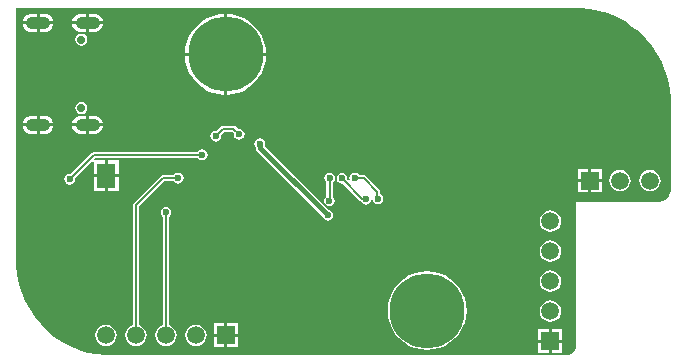
<source format=gbl>
G04*
G04 #@! TF.GenerationSoftware,Altium Limited,Altium Designer,23.1.1 (15)*
G04*
G04 Layer_Physical_Order=2*
G04 Layer_Color=16711680*
%FSLAX25Y25*%
%MOIN*%
G70*
G04*
G04 #@! TF.SameCoordinates,C0A30D0B-07C8-471D-B3AC-2C571FC99935*
G04*
G04*
G04 #@! TF.FilePolarity,Positive*
G04*
G01*
G75*
%ADD11C,0.00787*%
%ADD65R,0.06299X0.08268*%
%ADD67C,0.01575*%
%ADD73C,0.25000*%
%ADD74C,0.05906*%
%ADD75R,0.05906X0.05906*%
%ADD76R,0.05906X0.05906*%
%ADD77C,0.02756*%
%ADD78O,0.08268X0.04134*%
%ADD79C,0.03500*%
%ADD80C,0.02362*%
%ADD81C,0.01968*%
G36*
X192409Y-1484D02*
X195442Y-2087D01*
X198401Y-2984D01*
X201258Y-4167D01*
X203986Y-5624D01*
X206558Y-7342D01*
X208949Y-9303D01*
X211136Y-11489D01*
X213099Y-13879D01*
X214818Y-16449D01*
X216277Y-19176D01*
X217462Y-22032D01*
X218361Y-24991D01*
X218967Y-28024D01*
X219272Y-31101D01*
X219273Y-32647D01*
X219293Y-61808D01*
X219293Y-61808D01*
X219293Y-62194D01*
X219143Y-62952D01*
X218847Y-63667D01*
X218418Y-64310D01*
X217872Y-64857D01*
X217229Y-65287D01*
X216515Y-65583D01*
X215757Y-65734D01*
X215370Y-65734D01*
X187795Y-65747D01*
Y-113386D01*
X187795Y-113386D01*
Y-113735D01*
X187659Y-114419D01*
X187392Y-115064D01*
X187004Y-115645D01*
X186511Y-116138D01*
X185930Y-116526D01*
X185285Y-116793D01*
X184601Y-116929D01*
X32677D01*
Y-116929D01*
X31130D01*
X28050Y-116626D01*
X25015Y-116022D01*
X22054Y-115124D01*
X19195Y-113939D01*
X16465Y-112481D01*
X13892Y-110761D01*
X11500Y-108798D01*
X9312Y-106610D01*
X7349Y-104218D01*
X5630Y-101645D01*
X4171Y-98916D01*
X2987Y-96057D01*
X2088Y-93095D01*
X1484Y-90060D01*
X1181Y-86980D01*
Y-85433D01*
Y-60236D01*
Y-1181D01*
X187785D01*
X187785Y-1181D01*
X187785Y-1181D01*
X189331Y-1181D01*
X192409Y-1484D01*
D02*
G37*
%LPC*%
G36*
X26972Y-3021D02*
X25405D01*
Y-5614D01*
X30000D01*
X29960Y-5314D01*
X29651Y-4567D01*
X29160Y-3927D01*
X28519Y-3435D01*
X27773Y-3126D01*
X26972Y-3021D01*
D02*
G37*
G36*
X24406D02*
X22839D01*
X22038Y-3126D01*
X21292Y-3435D01*
X20651Y-3927D01*
X20160Y-4567D01*
X19851Y-5314D01*
X19811Y-5614D01*
X24406D01*
Y-3021D01*
D02*
G37*
G36*
X10516D02*
X8949D01*
Y-5614D01*
X13543D01*
X13504Y-5314D01*
X13195Y-4567D01*
X12703Y-3927D01*
X12062Y-3435D01*
X11316Y-3126D01*
X10516Y-3021D01*
D02*
G37*
G36*
X7949D02*
X6382D01*
X5581Y-3126D01*
X4835Y-3435D01*
X4194Y-3927D01*
X3703Y-4567D01*
X3394Y-5314D01*
X3354Y-5614D01*
X7949D01*
Y-3021D01*
D02*
G37*
G36*
X30000Y-6614D02*
X25405D01*
Y-9208D01*
X26972D01*
X27773Y-9102D01*
X28519Y-8793D01*
X29160Y-8302D01*
X29651Y-7661D01*
X29960Y-6915D01*
X30000Y-6614D01*
D02*
G37*
G36*
X24406D02*
X19811D01*
X19851Y-6915D01*
X20160Y-7661D01*
X20651Y-8302D01*
X21292Y-8793D01*
X22038Y-9102D01*
X22839Y-9208D01*
X24406D01*
Y-6614D01*
D02*
G37*
G36*
X13543D02*
X8949D01*
Y-9208D01*
X10516D01*
X11316Y-9102D01*
X12062Y-8793D01*
X12703Y-8302D01*
X13195Y-7661D01*
X13504Y-6915D01*
X13543Y-6614D01*
D02*
G37*
G36*
X7949D02*
X3354D01*
X3394Y-6915D01*
X3703Y-7661D01*
X4194Y-8302D01*
X4835Y-8793D01*
X5581Y-9102D01*
X6382Y-9208D01*
X7949D01*
Y-6614D01*
D02*
G37*
G36*
X22819Y-9737D02*
X22051Y-9890D01*
X21400Y-10325D01*
X20965Y-10976D01*
X20812Y-11744D01*
X20965Y-12512D01*
X21400Y-13163D01*
X22051Y-13598D01*
X22819Y-13751D01*
X23587Y-13598D01*
X24238Y-13163D01*
X24673Y-12512D01*
X24826Y-11744D01*
X24673Y-10976D01*
X24238Y-10325D01*
X23587Y-9890D01*
X22819Y-9737D01*
D02*
G37*
G36*
X71400Y-3098D02*
Y-16100D01*
X84402D01*
X84275Y-14482D01*
X83779Y-12415D01*
X82966Y-10452D01*
X81855Y-8640D01*
X80475Y-7024D01*
X78860Y-5644D01*
X77048Y-4534D01*
X75085Y-3721D01*
X73018Y-3225D01*
X71400Y-3098D01*
D02*
G37*
G36*
X70400D02*
X68782Y-3225D01*
X66715Y-3721D01*
X64752Y-4534D01*
X62940Y-5644D01*
X61325Y-7024D01*
X59944Y-8640D01*
X58834Y-10452D01*
X58021Y-12415D01*
X57525Y-14482D01*
X57398Y-16100D01*
X70400D01*
Y-3098D01*
D02*
G37*
G36*
X84402Y-17100D02*
X71400D01*
Y-30102D01*
X73018Y-29975D01*
X75085Y-29479D01*
X77048Y-28666D01*
X78860Y-27556D01*
X80475Y-26175D01*
X81855Y-24560D01*
X82966Y-22748D01*
X83779Y-20785D01*
X84275Y-18718D01*
X84402Y-17100D01*
D02*
G37*
G36*
X70400D02*
X57398D01*
X57525Y-18718D01*
X58021Y-20785D01*
X58834Y-22748D01*
X59944Y-24560D01*
X61325Y-26175D01*
X62940Y-27556D01*
X64752Y-28666D01*
X66715Y-29479D01*
X68782Y-29975D01*
X70400Y-30102D01*
Y-17100D01*
D02*
G37*
G36*
X22819Y-32493D02*
X22051Y-32646D01*
X21400Y-33081D01*
X20965Y-33732D01*
X20812Y-34500D01*
X20965Y-35268D01*
X21400Y-35919D01*
X22051Y-36354D01*
X22819Y-36507D01*
X23587Y-36354D01*
X24238Y-35919D01*
X24673Y-35268D01*
X24826Y-34500D01*
X24673Y-33732D01*
X24238Y-33081D01*
X23587Y-32646D01*
X22819Y-32493D01*
D02*
G37*
G36*
X26972Y-37037D02*
X25405D01*
Y-39630D01*
X30000D01*
X29960Y-39329D01*
X29651Y-38583D01*
X29160Y-37943D01*
X28519Y-37451D01*
X27773Y-37142D01*
X26972Y-37037D01*
D02*
G37*
G36*
X24406D02*
X22839D01*
X22038Y-37142D01*
X21292Y-37451D01*
X20651Y-37943D01*
X20160Y-38583D01*
X19851Y-39329D01*
X19811Y-39630D01*
X24406D01*
Y-37037D01*
D02*
G37*
G36*
X10516D02*
X8949D01*
Y-39630D01*
X13543D01*
X13504Y-39329D01*
X13195Y-38583D01*
X12703Y-37943D01*
X12062Y-37451D01*
X11316Y-37142D01*
X10516Y-37037D01*
D02*
G37*
G36*
X7949D02*
X6382D01*
X5581Y-37142D01*
X4835Y-37451D01*
X4194Y-37943D01*
X3703Y-38583D01*
X3394Y-39329D01*
X3354Y-39630D01*
X7949D01*
Y-37037D01*
D02*
G37*
G36*
X73522Y-40335D02*
X70177D01*
X69793Y-40411D01*
X69468Y-40629D01*
X67941Y-42156D01*
X67618Y-42091D01*
X66927Y-42229D01*
X66341Y-42620D01*
X65949Y-43206D01*
X65812Y-43898D01*
X65949Y-44589D01*
X66341Y-45175D01*
X66927Y-45566D01*
X67618Y-45704D01*
X68309Y-45566D01*
X68895Y-45175D01*
X69287Y-44589D01*
X69424Y-43898D01*
X69360Y-43575D01*
X70593Y-42342D01*
X73106D01*
X73750Y-42986D01*
X73686Y-43309D01*
X73823Y-44000D01*
X74215Y-44586D01*
X74801Y-44978D01*
X75492Y-45115D01*
X76183Y-44978D01*
X76769Y-44586D01*
X77161Y-44000D01*
X77298Y-43309D01*
X77161Y-42618D01*
X76769Y-42032D01*
X76183Y-41640D01*
X75492Y-41503D01*
X75169Y-41567D01*
X74231Y-40629D01*
X73906Y-40411D01*
X73522Y-40335D01*
D02*
G37*
G36*
X30000Y-40630D02*
X25405D01*
Y-43223D01*
X26972D01*
X27773Y-43118D01*
X28519Y-42809D01*
X29160Y-42317D01*
X29651Y-41677D01*
X29960Y-40931D01*
X30000Y-40630D01*
D02*
G37*
G36*
X24406D02*
X19811D01*
X19851Y-40931D01*
X20160Y-41677D01*
X20651Y-42317D01*
X21292Y-42809D01*
X22038Y-43118D01*
X22839Y-43223D01*
X24406D01*
Y-40630D01*
D02*
G37*
G36*
X13543D02*
X8949D01*
Y-43223D01*
X10516D01*
X11316Y-43118D01*
X12062Y-42809D01*
X12703Y-42317D01*
X13195Y-41677D01*
X13504Y-40931D01*
X13543Y-40630D01*
D02*
G37*
G36*
X7949D02*
X3354D01*
X3394Y-40931D01*
X3703Y-41677D01*
X4194Y-42317D01*
X4835Y-42809D01*
X5581Y-43118D01*
X6382Y-43223D01*
X7949D01*
Y-40630D01*
D02*
G37*
G36*
X63163Y-48268D02*
X62472Y-48406D01*
X61886Y-48798D01*
X61703Y-49071D01*
X27091D01*
X26706Y-49148D01*
X26381Y-49365D01*
X19221Y-56526D01*
X18898Y-56461D01*
X18206Y-56599D01*
X17620Y-56990D01*
X17229Y-57577D01*
X17091Y-58268D01*
X17229Y-58959D01*
X17620Y-59545D01*
X18206Y-59937D01*
X18898Y-60074D01*
X19589Y-59937D01*
X20175Y-59545D01*
X20567Y-58959D01*
X20704Y-58268D01*
X20640Y-57945D01*
X26453Y-52132D01*
X26953Y-52339D01*
Y-56587D01*
X30602D01*
Y-51953D01*
X27339D01*
X27132Y-51453D01*
X27506Y-51078D01*
X61703D01*
X61886Y-51352D01*
X62472Y-51744D01*
X63163Y-51881D01*
X63854Y-51744D01*
X64440Y-51352D01*
X64832Y-50766D01*
X64969Y-50075D01*
X64832Y-49384D01*
X64440Y-48798D01*
X63854Y-48406D01*
X63163Y-48268D01*
D02*
G37*
G36*
X35252Y-51953D02*
X31602D01*
Y-56587D01*
X35252D01*
Y-51953D01*
D02*
G37*
G36*
X196315Y-54709D02*
X192862D01*
Y-58161D01*
X196315D01*
Y-54709D01*
D02*
G37*
G36*
X191862D02*
X188409D01*
Y-58161D01*
X191862D01*
Y-54709D01*
D02*
G37*
G36*
X113976Y-56068D02*
X113285Y-56205D01*
X112699Y-56597D01*
X112308Y-57183D01*
X112170Y-57874D01*
X112269Y-58371D01*
X111837Y-58602D01*
X111490Y-58277D01*
X111550Y-57972D01*
X111413Y-57281D01*
X111021Y-56695D01*
X110435Y-56304D01*
X109744Y-56166D01*
X109053Y-56304D01*
X108467Y-56695D01*
X108075Y-57281D01*
X107938Y-57972D01*
X108075Y-58664D01*
X108467Y-59250D01*
X109053Y-59641D01*
X109744Y-59779D01*
X110067Y-59715D01*
X115721Y-65369D01*
X116033Y-65577D01*
X116048Y-65652D01*
X116439Y-66238D01*
X117025Y-66629D01*
X117717Y-66767D01*
X118408Y-66629D01*
X118994Y-66238D01*
X119385Y-65652D01*
X119454Y-65309D01*
X119963D01*
X119985Y-65416D01*
X120376Y-66002D01*
X120962Y-66393D01*
X121653Y-66531D01*
X122345Y-66393D01*
X122931Y-66002D01*
X123322Y-65416D01*
X123460Y-64724D01*
X123322Y-64033D01*
X122931Y-63447D01*
X122460Y-63133D01*
Y-62362D01*
X122384Y-61978D01*
X122166Y-61653D01*
X117678Y-57164D01*
X117352Y-56947D01*
X116969Y-56871D01*
X115437D01*
X115254Y-56597D01*
X114668Y-56205D01*
X113976Y-56068D01*
D02*
G37*
G36*
X55118D02*
X54427Y-56205D01*
X53841Y-56597D01*
X53658Y-56871D01*
X50000D01*
X49616Y-56947D01*
X49290Y-57164D01*
X40314Y-66141D01*
X40097Y-66466D01*
X40020Y-66850D01*
Y-106817D01*
X39237Y-107141D01*
X38497Y-107709D01*
X37929Y-108449D01*
X37571Y-109311D01*
X37450Y-110236D01*
X37571Y-111161D01*
X37929Y-112023D01*
X38497Y-112763D01*
X39237Y-113331D01*
X40099Y-113688D01*
X41024Y-113810D01*
X41949Y-113688D01*
X42811Y-113331D01*
X43551Y-112763D01*
X44119Y-112023D01*
X44476Y-111161D01*
X44598Y-110236D01*
X44476Y-109311D01*
X44119Y-108449D01*
X43551Y-107709D01*
X42811Y-107141D01*
X42027Y-106817D01*
Y-67266D01*
X50416Y-58877D01*
X53658D01*
X53841Y-59151D01*
X54427Y-59543D01*
X55118Y-59680D01*
X55809Y-59543D01*
X56395Y-59151D01*
X56787Y-58565D01*
X56924Y-57874D01*
X56787Y-57183D01*
X56395Y-56597D01*
X55809Y-56205D01*
X55118Y-56068D01*
D02*
G37*
G36*
X35252Y-57587D02*
X31602D01*
Y-62221D01*
X35252D01*
Y-57587D01*
D02*
G37*
G36*
X30602D02*
X26953D01*
Y-62221D01*
X30602D01*
Y-57587D01*
D02*
G37*
G36*
X212362Y-55088D02*
X211437Y-55209D01*
X210575Y-55566D01*
X209835Y-56134D01*
X209267Y-56875D01*
X208910Y-57736D01*
X208788Y-58661D01*
X208910Y-59586D01*
X209267Y-60448D01*
X209835Y-61189D01*
X210575Y-61756D01*
X211437Y-62113D01*
X212362Y-62235D01*
X213287Y-62113D01*
X214149Y-61756D01*
X214889Y-61189D01*
X215457Y-60448D01*
X215814Y-59586D01*
X215936Y-58661D01*
X215814Y-57736D01*
X215457Y-56875D01*
X214889Y-56134D01*
X214149Y-55566D01*
X213287Y-55209D01*
X212362Y-55088D01*
D02*
G37*
G36*
X202362D02*
X201437Y-55209D01*
X200575Y-55566D01*
X199835Y-56134D01*
X199267Y-56875D01*
X198910Y-57736D01*
X198788Y-58661D01*
X198910Y-59586D01*
X199267Y-60448D01*
X199835Y-61189D01*
X200575Y-61756D01*
X201437Y-62113D01*
X202362Y-62235D01*
X203287Y-62113D01*
X204149Y-61756D01*
X204889Y-61189D01*
X205457Y-60448D01*
X205814Y-59586D01*
X205936Y-58661D01*
X205814Y-57736D01*
X205457Y-56875D01*
X204889Y-56134D01*
X204149Y-55566D01*
X203287Y-55209D01*
X202362Y-55088D01*
D02*
G37*
G36*
X196315Y-59161D02*
X192862D01*
Y-62614D01*
X196315D01*
Y-59161D01*
D02*
G37*
G36*
X191862D02*
X188409D01*
Y-62614D01*
X191862D01*
Y-59161D01*
D02*
G37*
G36*
X105610Y-56028D02*
X104919Y-56166D01*
X104333Y-56557D01*
X103941Y-57143D01*
X103804Y-57834D01*
X103941Y-58526D01*
X104333Y-59112D01*
X104558Y-59262D01*
Y-63861D01*
X104235Y-64077D01*
X103843Y-64663D01*
X103705Y-65354D01*
X103843Y-66046D01*
X104235Y-66632D01*
X104821Y-67023D01*
X105512Y-67161D01*
X106203Y-67023D01*
X106789Y-66632D01*
X107181Y-66046D01*
X107318Y-65354D01*
X107181Y-64663D01*
X106789Y-64077D01*
X106565Y-63927D01*
Y-59328D01*
X106887Y-59112D01*
X107279Y-58526D01*
X107417Y-57834D01*
X107279Y-57143D01*
X106887Y-56557D01*
X106301Y-56166D01*
X105610Y-56028D01*
D02*
G37*
G36*
X82284Y-44552D02*
X81592Y-44689D01*
X81006Y-45081D01*
X80615Y-45667D01*
X80477Y-46358D01*
X80615Y-47049D01*
X81006Y-47636D01*
X81104Y-47701D01*
Y-47864D01*
X81212Y-48401D01*
X81516Y-48857D01*
X103160Y-70501D01*
X103252Y-70967D01*
X103644Y-71553D01*
X104230Y-71944D01*
X104921Y-72082D01*
X105613Y-71944D01*
X106199Y-71553D01*
X106590Y-70967D01*
X106728Y-70276D01*
X106590Y-69584D01*
X106199Y-68998D01*
X105613Y-68607D01*
X105147Y-68514D01*
X83914Y-47282D01*
Y-47106D01*
X83952Y-47049D01*
X84090Y-46358D01*
X83952Y-45667D01*
X83561Y-45081D01*
X82975Y-44689D01*
X82284Y-44552D01*
D02*
G37*
G36*
X179134Y-68631D02*
X178209Y-68753D01*
X177347Y-69110D01*
X176607Y-69678D01*
X176039Y-70418D01*
X175682Y-71280D01*
X175560Y-72205D01*
X175682Y-73130D01*
X176039Y-73992D01*
X176607Y-74732D01*
X177347Y-75300D01*
X178209Y-75657D01*
X179134Y-75779D01*
X180059Y-75657D01*
X180921Y-75300D01*
X181661Y-74732D01*
X182229Y-73992D01*
X182586Y-73130D01*
X182708Y-72205D01*
X182586Y-71280D01*
X182229Y-70418D01*
X181661Y-69678D01*
X180921Y-69110D01*
X180059Y-68753D01*
X179134Y-68631D01*
D02*
G37*
G36*
Y-78631D02*
X178209Y-78753D01*
X177347Y-79110D01*
X176607Y-79678D01*
X176039Y-80418D01*
X175682Y-81280D01*
X175560Y-82205D01*
X175682Y-83130D01*
X176039Y-83992D01*
X176607Y-84732D01*
X177347Y-85300D01*
X178209Y-85657D01*
X179134Y-85779D01*
X180059Y-85657D01*
X180921Y-85300D01*
X181661Y-84732D01*
X182229Y-83992D01*
X182586Y-83130D01*
X182708Y-82205D01*
X182586Y-81280D01*
X182229Y-80418D01*
X181661Y-79678D01*
X180921Y-79110D01*
X180059Y-78753D01*
X179134Y-78631D01*
D02*
G37*
G36*
Y-88631D02*
X178209Y-88753D01*
X177347Y-89110D01*
X176607Y-89678D01*
X176039Y-90418D01*
X175682Y-91280D01*
X175560Y-92205D01*
X175682Y-93130D01*
X176039Y-93992D01*
X176607Y-94732D01*
X177347Y-95300D01*
X178209Y-95657D01*
X179134Y-95779D01*
X180059Y-95657D01*
X180921Y-95300D01*
X181661Y-94732D01*
X182229Y-93992D01*
X182586Y-93130D01*
X182708Y-92205D01*
X182586Y-91280D01*
X182229Y-90418D01*
X181661Y-89678D01*
X180921Y-89110D01*
X180059Y-88753D01*
X179134Y-88631D01*
D02*
G37*
G36*
Y-98631D02*
X178209Y-98753D01*
X177347Y-99110D01*
X176607Y-99678D01*
X176039Y-100418D01*
X175682Y-101280D01*
X175560Y-102205D01*
X175682Y-103130D01*
X176039Y-103992D01*
X176607Y-104732D01*
X177347Y-105300D01*
X178209Y-105657D01*
X179134Y-105779D01*
X180059Y-105657D01*
X180921Y-105300D01*
X181661Y-104732D01*
X182229Y-103992D01*
X182586Y-103130D01*
X182708Y-102205D01*
X182586Y-101280D01*
X182229Y-100418D01*
X181661Y-99678D01*
X180921Y-99110D01*
X180059Y-98753D01*
X179134Y-98631D01*
D02*
G37*
G36*
X74976Y-106283D02*
X71524D01*
Y-109736D01*
X74976D01*
Y-106283D01*
D02*
G37*
G36*
X70524D02*
X67071D01*
Y-109736D01*
X70524D01*
Y-106283D01*
D02*
G37*
G36*
X183087Y-108252D02*
X179634D01*
Y-111705D01*
X183087D01*
Y-108252D01*
D02*
G37*
G36*
X178634D02*
X175181D01*
Y-111705D01*
X178634D01*
Y-108252D01*
D02*
G37*
G36*
X61024Y-106662D02*
X60099Y-106784D01*
X59237Y-107141D01*
X58496Y-107709D01*
X57929Y-108449D01*
X57572Y-109311D01*
X57450Y-110236D01*
X57572Y-111161D01*
X57929Y-112023D01*
X58496Y-112763D01*
X59237Y-113331D01*
X60099Y-113688D01*
X61024Y-113810D01*
X61949Y-113688D01*
X62811Y-113331D01*
X63551Y-112763D01*
X64119Y-112023D01*
X64476Y-111161D01*
X64597Y-110236D01*
X64476Y-109311D01*
X64119Y-108449D01*
X63551Y-107709D01*
X62811Y-107141D01*
X61949Y-106784D01*
X61024Y-106662D01*
D02*
G37*
G36*
X51083Y-67485D02*
X50391Y-67623D01*
X49805Y-68014D01*
X49414Y-68600D01*
X49276Y-69291D01*
X49414Y-69983D01*
X49805Y-70569D01*
X50020Y-70712D01*
Y-106817D01*
X49237Y-107141D01*
X48496Y-107709D01*
X47929Y-108449D01*
X47572Y-109311D01*
X47450Y-110236D01*
X47572Y-111161D01*
X47929Y-112023D01*
X48496Y-112763D01*
X49237Y-113331D01*
X50099Y-113688D01*
X51024Y-113810D01*
X51949Y-113688D01*
X52811Y-113331D01*
X53551Y-112763D01*
X54119Y-112023D01*
X54476Y-111161D01*
X54598Y-110236D01*
X54476Y-109311D01*
X54119Y-108449D01*
X53551Y-107709D01*
X52811Y-107141D01*
X52027Y-106817D01*
Y-70791D01*
X52360Y-70569D01*
X52751Y-69983D01*
X52889Y-69291D01*
X52751Y-68600D01*
X52360Y-68014D01*
X51774Y-67623D01*
X51083Y-67485D01*
D02*
G37*
G36*
X31024Y-106662D02*
X30099Y-106784D01*
X29237Y-107141D01*
X28497Y-107709D01*
X27929Y-108449D01*
X27571Y-109311D01*
X27450Y-110236D01*
X27571Y-111161D01*
X27929Y-112023D01*
X28497Y-112763D01*
X29237Y-113331D01*
X30099Y-113688D01*
X31024Y-113810D01*
X31949Y-113688D01*
X32811Y-113331D01*
X33551Y-112763D01*
X34119Y-112023D01*
X34476Y-111161D01*
X34598Y-110236D01*
X34476Y-109311D01*
X34119Y-108449D01*
X33551Y-107709D01*
X32811Y-107141D01*
X31949Y-106784D01*
X31024Y-106662D01*
D02*
G37*
G36*
X74976Y-110736D02*
X71524D01*
Y-114189D01*
X74976D01*
Y-110736D01*
D02*
G37*
G36*
X70524D02*
X67071D01*
Y-114189D01*
X70524D01*
Y-110736D01*
D02*
G37*
G36*
X138100Y-88869D02*
X136046Y-89031D01*
X134042Y-89512D01*
X132139Y-90300D01*
X130382Y-91377D01*
X128815Y-92715D01*
X127477Y-94282D01*
X126400Y-96039D01*
X125612Y-97942D01*
X125131Y-99946D01*
X124969Y-102000D01*
X125131Y-104054D01*
X125612Y-106058D01*
X126400Y-107961D01*
X127477Y-109718D01*
X128815Y-111285D01*
X130382Y-112623D01*
X132139Y-113700D01*
X134042Y-114488D01*
X136046Y-114969D01*
X138100Y-115131D01*
X140154Y-114969D01*
X142158Y-114488D01*
X144061Y-113700D01*
X145818Y-112623D01*
X147385Y-111285D01*
X148723Y-109718D01*
X149800Y-107961D01*
X150588Y-106058D01*
X151069Y-104054D01*
X151231Y-102000D01*
X151069Y-99946D01*
X150588Y-97942D01*
X149800Y-96039D01*
X148723Y-94282D01*
X147385Y-92715D01*
X145818Y-91377D01*
X144061Y-90300D01*
X142158Y-89512D01*
X140154Y-89031D01*
X138100Y-88869D01*
D02*
G37*
G36*
X183087Y-112705D02*
X179634D01*
Y-116157D01*
X183087D01*
Y-112705D01*
D02*
G37*
G36*
X178634D02*
X175181D01*
Y-116157D01*
X178634D01*
Y-112705D01*
D02*
G37*
%LPD*%
D11*
X121457Y-64528D02*
X121653Y-64724D01*
X121457Y-64528D02*
Y-62362D01*
X109744Y-57972D02*
X116431Y-64659D01*
X117415D01*
X117717Y-64961D01*
X105512Y-65354D02*
X105561Y-65305D01*
Y-57884D01*
X18898Y-58268D02*
X27091Y-50075D01*
X63163D01*
X41024Y-110236D02*
Y-66850D01*
X50000Y-57874D02*
X55118D01*
X41024Y-66850D02*
X50000Y-57874D01*
X116969D02*
X121457Y-62362D01*
X113976Y-57874D02*
X116969D01*
X105561Y-57884D02*
X105610Y-57834D01*
X67618Y-43898D02*
X70177Y-41339D01*
X73522D01*
X75492Y-43309D01*
X51024Y-110236D02*
Y-69579D01*
D65*
X31102Y-57087D02*
D03*
D67*
X82509Y-47864D02*
Y-46584D01*
X82284Y-46358D02*
X82509Y-46584D01*
Y-47864D02*
X104921Y-70276D01*
D73*
X70900Y-16600D02*
D03*
X138100Y-102000D02*
D03*
D74*
X179134Y-92205D02*
D03*
Y-72205D02*
D03*
Y-82205D02*
D03*
Y-102205D02*
D03*
X202362Y-58661D02*
D03*
X212362D02*
D03*
X31024Y-110236D02*
D03*
X41024D02*
D03*
X51024D02*
D03*
X61024D02*
D03*
D75*
X179134Y-112205D02*
D03*
D76*
X192362Y-58661D02*
D03*
X71024Y-110236D02*
D03*
D77*
X22819Y-34500D02*
D03*
Y-11744D02*
D03*
D78*
X8449Y-40130D02*
D03*
Y-6114D02*
D03*
X24905Y-40130D02*
D03*
Y-6114D02*
D03*
D79*
X62042Y-16600D02*
D03*
X79758D02*
D03*
X70900Y-7742D02*
D03*
Y-26443D02*
D03*
X77790Y-9710D02*
D03*
X64010D02*
D03*
Y-23490D02*
D03*
X77790Y-23490D02*
D03*
X129242Y-102000D02*
D03*
X146958D02*
D03*
X138100Y-93142D02*
D03*
Y-111843D02*
D03*
X144990Y-95110D02*
D03*
X131210D02*
D03*
Y-108890D02*
D03*
X144990Y-108890D02*
D03*
D80*
X121653Y-64724D02*
D03*
X117717Y-64961D02*
D03*
X105512Y-65354D02*
D03*
X100689Y-70866D02*
D03*
X32874Y-55315D02*
D03*
X29331D02*
D03*
X32874Y-58957D02*
D03*
X29331D02*
D03*
X55118Y-57874D02*
D03*
X44390Y-67716D02*
D03*
X109744Y-57972D02*
D03*
X113976Y-57874D02*
D03*
X105610Y-57834D02*
D03*
X104921Y-70276D02*
D03*
X67618Y-43898D02*
D03*
X75492Y-43309D02*
D03*
X63163Y-50075D02*
D03*
X51083Y-69291D02*
D03*
X56398Y-85925D02*
D03*
X82087Y-96161D02*
D03*
X64567Y-93209D02*
D03*
X97539Y-97244D02*
D03*
X51821Y-23179D02*
D03*
X82284Y-46358D02*
D03*
X18898Y-58268D02*
D03*
D81*
X73686Y-76851D02*
D03*
X70624Y-73789D02*
D03*
X67562Y-70727D02*
D03*
X64499Y-67665D02*
D03*
X61437Y-64602D02*
D03*
X76748Y-73789D02*
D03*
X73686Y-70727D02*
D03*
X70624Y-67665D02*
D03*
X67562Y-64602D02*
D03*
X64499Y-61540D02*
D03*
X79811Y-70727D02*
D03*
X76748Y-67665D02*
D03*
X73686Y-64602D02*
D03*
X70624Y-61540D02*
D03*
X67562Y-58478D02*
D03*
X82873Y-67665D02*
D03*
X79811Y-64602D02*
D03*
X76748Y-61540D02*
D03*
X73686Y-58478D02*
D03*
X70624Y-55416D02*
D03*
X85935Y-64602D02*
D03*
X82873Y-61540D02*
D03*
X79811Y-58478D02*
D03*
X76748Y-55416D02*
D03*
X73686Y-52353D02*
D03*
M02*

</source>
